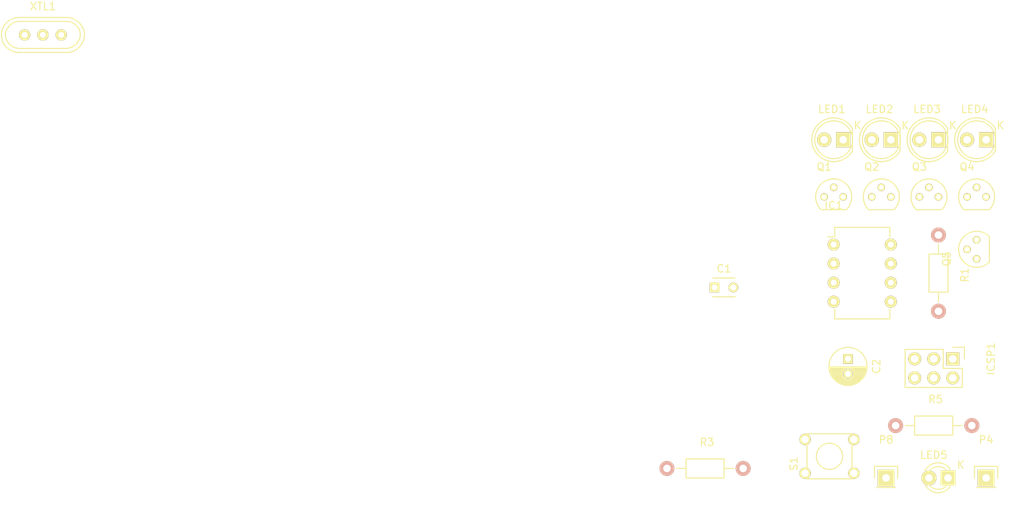
<source format=kicad_pcb>
(kicad_pcb (version 4) (host pcbnew 4.0.2-stable)

  (general
    (links 43)
    (no_connects 43)
    (area 0 0 0 0)
    (thickness 1.6)
    (drawings 0)
    (tracks 0)
    (zones 0)
    (modules 21)
    (nets 16)
  )

  (page A4)
  (layers
    (0 F.Cu signal)
    (31 B.Cu signal)
    (32 B.Adhes user)
    (33 F.Adhes user)
    (34 B.Paste user)
    (35 F.Paste user)
    (36 B.SilkS user)
    (37 F.SilkS user)
    (38 B.Mask user)
    (39 F.Mask user)
    (40 Dwgs.User user)
    (41 Cmts.User user)
    (42 Eco1.User user)
    (43 Eco2.User user)
    (44 Edge.Cuts user)
    (45 Margin user)
    (46 B.CrtYd user)
    (47 F.CrtYd user)
    (48 B.Fab user)
    (49 F.Fab user)
  )

  (setup
    (last_trace_width 0.25)
    (trace_clearance 0.2)
    (zone_clearance 0.508)
    (zone_45_only no)
    (trace_min 0.2)
    (segment_width 0.2)
    (edge_width 0.15)
    (via_size 0.6)
    (via_drill 0.4)
    (via_min_size 0.4)
    (via_min_drill 0.3)
    (uvia_size 0.3)
    (uvia_drill 0.1)
    (uvias_allowed no)
    (uvia_min_size 0.2)
    (uvia_min_drill 0.1)
    (pcb_text_width 0.3)
    (pcb_text_size 1.5 1.5)
    (mod_edge_width 0.15)
    (mod_text_size 1 1)
    (mod_text_width 0.15)
    (pad_size 1.524 1.524)
    (pad_drill 0.762)
    (pad_to_mask_clearance 0.2)
    (aux_axis_origin 0 0)
    (visible_elements FFFEFF7F)
    (pcbplotparams
      (layerselection 0x00030_80000001)
      (usegerberextensions false)
      (excludeedgelayer true)
      (linewidth 0.100000)
      (plotframeref false)
      (viasonmask false)
      (mode 1)
      (useauxorigin false)
      (hpglpennumber 1)
      (hpglpenspeed 20)
      (hpglpendiameter 15)
      (hpglpenoverlay 2)
      (psnegative false)
      (psa4output false)
      (plotreference true)
      (plotvalue true)
      (plotinvisibletext false)
      (padsonsilk false)
      (subtractmaskfromsilk false)
      (outputformat 1)
      (mirror false)
      (drillshape 1)
      (scaleselection 1)
      (outputdirectory ""))
  )

  (net 0 "")
  (net 1 VCC)
  (net 2 GND)
  (net 3 PB5)
  (net 4 PB3)
  (net 5 PB4)
  (net 6 PB0)
  (net 7 PB1)
  (net 8 PB2)
  (net 9 "Net-(LED1-Pad1)")
  (net 10 "Net-(LED2-Pad1)")
  (net 11 "Net-(LED3-Pad1)")
  (net 12 "Net-(LED4-Pad1)")
  (net 13 "Net-(LED5-Pad1)")
  (net 14 4xQ)
  (net 15 "Net-(Q5-Pad2)")

  (net_class Default "This is the default net class."
    (clearance 0.2)
    (trace_width 0.25)
    (via_dia 0.6)
    (via_drill 0.4)
    (uvia_dia 0.3)
    (uvia_drill 0.1)
    (add_net 4xQ)
    (add_net GND)
    (add_net "Net-(LED1-Pad1)")
    (add_net "Net-(LED2-Pad1)")
    (add_net "Net-(LED3-Pad1)")
    (add_net "Net-(LED4-Pad1)")
    (add_net "Net-(LED5-Pad1)")
    (add_net "Net-(Q5-Pad2)")
    (add_net PB0)
    (add_net PB1)
    (add_net PB2)
    (add_net PB3)
    (add_net PB4)
    (add_net PB5)
    (add_net VCC)
  )

  (module Capacitors_ThroughHole:C_Disc_D3_P2.5 (layer F.Cu) (tedit 0) (tstamp 57584DD7)
    (at 142.24 93.98)
    (descr "Capacitor 3mm Disc, Pitch 2.5mm")
    (tags Capacitor)
    (path /5757FD29)
    (fp_text reference C1 (at 1.25 -2.5) (layer F.SilkS)
      (effects (font (size 1 1) (thickness 0.15)))
    )
    (fp_text value 399-4151-ND (at 1.25 2.5) (layer F.Fab)
      (effects (font (size 1 1) (thickness 0.15)))
    )
    (fp_line (start -0.9 -1.5) (end 3.4 -1.5) (layer F.CrtYd) (width 0.05))
    (fp_line (start 3.4 -1.5) (end 3.4 1.5) (layer F.CrtYd) (width 0.05))
    (fp_line (start 3.4 1.5) (end -0.9 1.5) (layer F.CrtYd) (width 0.05))
    (fp_line (start -0.9 1.5) (end -0.9 -1.5) (layer F.CrtYd) (width 0.05))
    (fp_line (start -0.25 -1.25) (end 2.75 -1.25) (layer F.SilkS) (width 0.15))
    (fp_line (start 2.75 1.25) (end -0.25 1.25) (layer F.SilkS) (width 0.15))
    (pad 1 thru_hole rect (at 0 0) (size 1.3 1.3) (drill 0.8) (layers *.Cu *.Mask F.SilkS)
      (net 1 VCC))
    (pad 2 thru_hole circle (at 2.5 0) (size 1.3 1.3) (drill 0.8001) (layers *.Cu *.Mask F.SilkS)
      (net 2 GND))
    (model Capacitors_ThroughHole.3dshapes/C_Disc_D3_P2.5.wrl
      (at (xyz 0.0492126 0 0))
      (scale (xyz 1 1 1))
      (rotate (xyz 0 0 0))
    )
  )

  (module Capacitors_ThroughHole:C_Radial_D5_L11_P2 (layer F.Cu) (tedit 0) (tstamp 57584DDD)
    (at 160.02 103.505 270)
    (descr "Radial Electrolytic Capacitor 5mm x Length 11mm, Pitch 2mm")
    (tags "Electrolytic Capacitor")
    (path /5757FCDE)
    (fp_text reference C2 (at 1 -3.8 270) (layer F.SilkS)
      (effects (font (size 1 1) (thickness 0.15)))
    )
    (fp_text value 493-1004-ND (at 1 3.8 270) (layer F.Fab)
      (effects (font (size 1 1) (thickness 0.15)))
    )
    (fp_line (start 1.075 -2.499) (end 1.075 2.499) (layer F.SilkS) (width 0.15))
    (fp_line (start 1.215 -2.491) (end 1.215 -0.154) (layer F.SilkS) (width 0.15))
    (fp_line (start 1.215 0.154) (end 1.215 2.491) (layer F.SilkS) (width 0.15))
    (fp_line (start 1.355 -2.475) (end 1.355 -0.473) (layer F.SilkS) (width 0.15))
    (fp_line (start 1.355 0.473) (end 1.355 2.475) (layer F.SilkS) (width 0.15))
    (fp_line (start 1.495 -2.451) (end 1.495 -0.62) (layer F.SilkS) (width 0.15))
    (fp_line (start 1.495 0.62) (end 1.495 2.451) (layer F.SilkS) (width 0.15))
    (fp_line (start 1.635 -2.418) (end 1.635 -0.712) (layer F.SilkS) (width 0.15))
    (fp_line (start 1.635 0.712) (end 1.635 2.418) (layer F.SilkS) (width 0.15))
    (fp_line (start 1.775 -2.377) (end 1.775 -0.768) (layer F.SilkS) (width 0.15))
    (fp_line (start 1.775 0.768) (end 1.775 2.377) (layer F.SilkS) (width 0.15))
    (fp_line (start 1.915 -2.327) (end 1.915 -0.795) (layer F.SilkS) (width 0.15))
    (fp_line (start 1.915 0.795) (end 1.915 2.327) (layer F.SilkS) (width 0.15))
    (fp_line (start 2.055 -2.266) (end 2.055 -0.798) (layer F.SilkS) (width 0.15))
    (fp_line (start 2.055 0.798) (end 2.055 2.266) (layer F.SilkS) (width 0.15))
    (fp_line (start 2.195 -2.196) (end 2.195 -0.776) (layer F.SilkS) (width 0.15))
    (fp_line (start 2.195 0.776) (end 2.195 2.196) (layer F.SilkS) (width 0.15))
    (fp_line (start 2.335 -2.114) (end 2.335 -0.726) (layer F.SilkS) (width 0.15))
    (fp_line (start 2.335 0.726) (end 2.335 2.114) (layer F.SilkS) (width 0.15))
    (fp_line (start 2.475 -2.019) (end 2.475 -0.644) (layer F.SilkS) (width 0.15))
    (fp_line (start 2.475 0.644) (end 2.475 2.019) (layer F.SilkS) (width 0.15))
    (fp_line (start 2.615 -1.908) (end 2.615 -0.512) (layer F.SilkS) (width 0.15))
    (fp_line (start 2.615 0.512) (end 2.615 1.908) (layer F.SilkS) (width 0.15))
    (fp_line (start 2.755 -1.78) (end 2.755 -0.265) (layer F.SilkS) (width 0.15))
    (fp_line (start 2.755 0.265) (end 2.755 1.78) (layer F.SilkS) (width 0.15))
    (fp_line (start 2.895 -1.631) (end 2.895 1.631) (layer F.SilkS) (width 0.15))
    (fp_line (start 3.035 -1.452) (end 3.035 1.452) (layer F.SilkS) (width 0.15))
    (fp_line (start 3.175 -1.233) (end 3.175 1.233) (layer F.SilkS) (width 0.15))
    (fp_line (start 3.315 -0.944) (end 3.315 0.944) (layer F.SilkS) (width 0.15))
    (fp_line (start 3.455 -0.472) (end 3.455 0.472) (layer F.SilkS) (width 0.15))
    (fp_circle (center 2 0) (end 2 -0.8) (layer F.SilkS) (width 0.15))
    (fp_circle (center 1 0) (end 1 -2.5375) (layer F.SilkS) (width 0.15))
    (fp_circle (center 1 0) (end 1 -2.8) (layer F.CrtYd) (width 0.05))
    (pad 1 thru_hole rect (at 0 0 270) (size 1.3 1.3) (drill 0.8) (layers *.Cu *.Mask F.SilkS)
      (net 1 VCC))
    (pad 2 thru_hole circle (at 2 0 270) (size 1.3 1.3) (drill 0.8) (layers *.Cu *.Mask F.SilkS)
      (net 2 GND))
    (model Capacitors_ThroughHole.3dshapes/C_Radial_D5_L11_P2.wrl
      (at (xyz 0 0 0))
      (scale (xyz 1 1 1))
      (rotate (xyz 0 0 0))
    )
  )

  (module Housings_DIP:DIP-8_W7.62mm (layer F.Cu) (tedit 54130A77) (tstamp 57584DE9)
    (at 158.115 88.265)
    (descr "8-lead dip package, row spacing 7.62 mm (300 mils)")
    (tags "dil dip 2.54 300")
    (path /5757DE52)
    (fp_text reference IC1 (at 0 -5.22) (layer F.SilkS)
      (effects (font (size 1 1) (thickness 0.15)))
    )
    (fp_text value ATTINY85V-10PU-ND (at 0 -3.72) (layer F.Fab)
      (effects (font (size 1 1) (thickness 0.15)))
    )
    (fp_line (start -1.05 -2.45) (end -1.05 10.1) (layer F.CrtYd) (width 0.05))
    (fp_line (start 8.65 -2.45) (end 8.65 10.1) (layer F.CrtYd) (width 0.05))
    (fp_line (start -1.05 -2.45) (end 8.65 -2.45) (layer F.CrtYd) (width 0.05))
    (fp_line (start -1.05 10.1) (end 8.65 10.1) (layer F.CrtYd) (width 0.05))
    (fp_line (start 0.135 -2.295) (end 0.135 -1.025) (layer F.SilkS) (width 0.15))
    (fp_line (start 7.485 -2.295) (end 7.485 -1.025) (layer F.SilkS) (width 0.15))
    (fp_line (start 7.485 9.915) (end 7.485 8.645) (layer F.SilkS) (width 0.15))
    (fp_line (start 0.135 9.915) (end 0.135 8.645) (layer F.SilkS) (width 0.15))
    (fp_line (start 0.135 -2.295) (end 7.485 -2.295) (layer F.SilkS) (width 0.15))
    (fp_line (start 0.135 9.915) (end 7.485 9.915) (layer F.SilkS) (width 0.15))
    (fp_line (start 0.135 -1.025) (end -0.8 -1.025) (layer F.SilkS) (width 0.15))
    (pad 1 thru_hole oval (at 0 0) (size 1.6 1.6) (drill 0.8) (layers *.Cu *.Mask F.SilkS)
      (net 3 PB5))
    (pad 2 thru_hole oval (at 0 2.54) (size 1.6 1.6) (drill 0.8) (layers *.Cu *.Mask F.SilkS)
      (net 4 PB3))
    (pad 3 thru_hole oval (at 0 5.08) (size 1.6 1.6) (drill 0.8) (layers *.Cu *.Mask F.SilkS)
      (net 5 PB4))
    (pad 4 thru_hole oval (at 0 7.62) (size 1.6 1.6) (drill 0.8) (layers *.Cu *.Mask F.SilkS)
      (net 2 GND))
    (pad 5 thru_hole oval (at 7.62 7.62) (size 1.6 1.6) (drill 0.8) (layers *.Cu *.Mask F.SilkS)
      (net 6 PB0))
    (pad 6 thru_hole oval (at 7.62 5.08) (size 1.6 1.6) (drill 0.8) (layers *.Cu *.Mask F.SilkS)
      (net 7 PB1))
    (pad 7 thru_hole oval (at 7.62 2.54) (size 1.6 1.6) (drill 0.8) (layers *.Cu *.Mask F.SilkS)
      (net 8 PB2))
    (pad 8 thru_hole oval (at 7.62 0) (size 1.6 1.6) (drill 0.8) (layers *.Cu *.Mask F.SilkS)
      (net 1 VCC))
    (model Housings_DIP.3dshapes/DIP-8_W7.62mm.wrl
      (at (xyz 0 0 0))
      (scale (xyz 1 1 1))
      (rotate (xyz 0 0 0))
    )
  )

  (module LEDs:LED-5MM (layer F.Cu) (tedit 5570F7EA) (tstamp 57584DEF)
    (at 159.385 74.295 180)
    (descr "LED 5mm round vertical")
    (tags "LED 5mm round vertical")
    (path /57582165)
    (fp_text reference LED1 (at 1.524 4.064 180) (layer F.SilkS)
      (effects (font (size 1 1) (thickness 0.15)))
    )
    (fp_text value "1080-1082-ND " (at 1.524 -3.937 180) (layer F.Fab)
      (effects (font (size 1 1) (thickness 0.15)))
    )
    (fp_line (start -1.5 -1.55) (end -1.5 1.55) (layer F.CrtYd) (width 0.05))
    (fp_arc (start 1.3 0) (end -1.5 1.55) (angle -302) (layer F.CrtYd) (width 0.05))
    (fp_arc (start 1.27 0) (end -1.23 -1.5) (angle 297.5) (layer F.SilkS) (width 0.15))
    (fp_line (start -1.23 1.5) (end -1.23 -1.5) (layer F.SilkS) (width 0.15))
    (fp_circle (center 1.27 0) (end 0.97 -2.5) (layer F.SilkS) (width 0.15))
    (fp_text user K (at -1.905 1.905 180) (layer F.SilkS)
      (effects (font (size 1 1) (thickness 0.15)))
    )
    (pad 1 thru_hole rect (at 0 0 270) (size 2 1.9) (drill 1.00076) (layers *.Cu *.Mask F.SilkS)
      (net 9 "Net-(LED1-Pad1)"))
    (pad 2 thru_hole circle (at 2.54 0 180) (size 1.9 1.9) (drill 1.00076) (layers *.Cu *.Mask F.SilkS)
      (net 1 VCC))
    (model LEDs.3dshapes/LED-5MM.wrl
      (at (xyz 0.05 0 0))
      (scale (xyz 1 1 1))
      (rotate (xyz 0 0 90))
    )
  )

  (module LEDs:LED-5MM (layer F.Cu) (tedit 5570F7EA) (tstamp 57584DF5)
    (at 165.735 74.295 180)
    (descr "LED 5mm round vertical")
    (tags "LED 5mm round vertical")
    (path /575824DC)
    (fp_text reference LED2 (at 1.524 4.064 180) (layer F.SilkS)
      (effects (font (size 1 1) (thickness 0.15)))
    )
    (fp_text value "1080-1080-ND " (at 1.524 -3.937 180) (layer F.Fab)
      (effects (font (size 1 1) (thickness 0.15)))
    )
    (fp_line (start -1.5 -1.55) (end -1.5 1.55) (layer F.CrtYd) (width 0.05))
    (fp_arc (start 1.3 0) (end -1.5 1.55) (angle -302) (layer F.CrtYd) (width 0.05))
    (fp_arc (start 1.27 0) (end -1.23 -1.5) (angle 297.5) (layer F.SilkS) (width 0.15))
    (fp_line (start -1.23 1.5) (end -1.23 -1.5) (layer F.SilkS) (width 0.15))
    (fp_circle (center 1.27 0) (end 0.97 -2.5) (layer F.SilkS) (width 0.15))
    (fp_text user K (at -1.905 1.905 180) (layer F.SilkS)
      (effects (font (size 1 1) (thickness 0.15)))
    )
    (pad 1 thru_hole rect (at 0 0 270) (size 2 1.9) (drill 1.00076) (layers *.Cu *.Mask F.SilkS)
      (net 10 "Net-(LED2-Pad1)"))
    (pad 2 thru_hole circle (at 2.54 0 180) (size 1.9 1.9) (drill 1.00076) (layers *.Cu *.Mask F.SilkS)
      (net 1 VCC))
    (model LEDs.3dshapes/LED-5MM.wrl
      (at (xyz 0.05 0 0))
      (scale (xyz 1 1 1))
      (rotate (xyz 0 0 90))
    )
  )

  (module LEDs:LED-5MM (layer F.Cu) (tedit 5570F7EA) (tstamp 57584DFB)
    (at 172.085 74.295 180)
    (descr "LED 5mm round vertical")
    (tags "LED 5mm round vertical")
    (path /575825CB)
    (fp_text reference LED3 (at 1.524 4.064 180) (layer F.SilkS)
      (effects (font (size 1 1) (thickness 0.15)))
    )
    (fp_text value "1080-1080-ND " (at 1.524 -3.937 180) (layer F.Fab)
      (effects (font (size 1 1) (thickness 0.15)))
    )
    (fp_line (start -1.5 -1.55) (end -1.5 1.55) (layer F.CrtYd) (width 0.05))
    (fp_arc (start 1.3 0) (end -1.5 1.55) (angle -302) (layer F.CrtYd) (width 0.05))
    (fp_arc (start 1.27 0) (end -1.23 -1.5) (angle 297.5) (layer F.SilkS) (width 0.15))
    (fp_line (start -1.23 1.5) (end -1.23 -1.5) (layer F.SilkS) (width 0.15))
    (fp_circle (center 1.27 0) (end 0.97 -2.5) (layer F.SilkS) (width 0.15))
    (fp_text user K (at -1.905 1.905 180) (layer F.SilkS)
      (effects (font (size 1 1) (thickness 0.15)))
    )
    (pad 1 thru_hole rect (at 0 0 270) (size 2 1.9) (drill 1.00076) (layers *.Cu *.Mask F.SilkS)
      (net 11 "Net-(LED3-Pad1)"))
    (pad 2 thru_hole circle (at 2.54 0 180) (size 1.9 1.9) (drill 1.00076) (layers *.Cu *.Mask F.SilkS)
      (net 1 VCC))
    (model LEDs.3dshapes/LED-5MM.wrl
      (at (xyz 0.05 0 0))
      (scale (xyz 1 1 1))
      (rotate (xyz 0 0 90))
    )
  )

  (module LEDs:LED-5MM (layer F.Cu) (tedit 5570F7EA) (tstamp 57584E01)
    (at 178.435 74.295 180)
    (descr "LED 5mm round vertical")
    (tags "LED 5mm round vertical")
    (path /57581A41)
    (fp_text reference LED4 (at 1.524 4.064 180) (layer F.SilkS)
      (effects (font (size 1 1) (thickness 0.15)))
    )
    (fp_text value "1080-1082-ND " (at 1.524 -3.937 180) (layer F.Fab)
      (effects (font (size 1 1) (thickness 0.15)))
    )
    (fp_line (start -1.5 -1.55) (end -1.5 1.55) (layer F.CrtYd) (width 0.05))
    (fp_arc (start 1.3 0) (end -1.5 1.55) (angle -302) (layer F.CrtYd) (width 0.05))
    (fp_arc (start 1.27 0) (end -1.23 -1.5) (angle 297.5) (layer F.SilkS) (width 0.15))
    (fp_line (start -1.23 1.5) (end -1.23 -1.5) (layer F.SilkS) (width 0.15))
    (fp_circle (center 1.27 0) (end 0.97 -2.5) (layer F.SilkS) (width 0.15))
    (fp_text user K (at -1.905 1.905 180) (layer F.SilkS)
      (effects (font (size 1 1) (thickness 0.15)))
    )
    (pad 1 thru_hole rect (at 0 0 270) (size 2 1.9) (drill 1.00076) (layers *.Cu *.Mask F.SilkS)
      (net 12 "Net-(LED4-Pad1)"))
    (pad 2 thru_hole circle (at 2.54 0 180) (size 1.9 1.9) (drill 1.00076) (layers *.Cu *.Mask F.SilkS)
      (net 1 VCC))
    (model LEDs.3dshapes/LED-5MM.wrl
      (at (xyz 0.05 0 0))
      (scale (xyz 1 1 1))
      (rotate (xyz 0 0 90))
    )
  )

  (module LEDs:LED-3MM (layer F.Cu) (tedit 559B82F6) (tstamp 57584E07)
    (at 173.355 119.38 180)
    (descr "LED 3mm round vertical")
    (tags "LED  3mm round vertical")
    (path /57583B30)
    (fp_text reference LED5 (at 1.91 3.06 180) (layer F.SilkS)
      (effects (font (size 1 1) (thickness 0.15)))
    )
    (fp_text value 754-1735-ND (at 1.3 -2.9 180) (layer F.Fab)
      (effects (font (size 1 1) (thickness 0.15)))
    )
    (fp_line (start -1.2 2.3) (end 3.8 2.3) (layer F.CrtYd) (width 0.05))
    (fp_line (start 3.8 2.3) (end 3.8 -2.2) (layer F.CrtYd) (width 0.05))
    (fp_line (start 3.8 -2.2) (end -1.2 -2.2) (layer F.CrtYd) (width 0.05))
    (fp_line (start -1.2 -2.2) (end -1.2 2.3) (layer F.CrtYd) (width 0.05))
    (fp_line (start -0.199 1.314) (end -0.199 1.114) (layer F.SilkS) (width 0.15))
    (fp_line (start -0.199 -1.28) (end -0.199 -1.1) (layer F.SilkS) (width 0.15))
    (fp_arc (start 1.301 0.034) (end -0.199 -1.286) (angle 108.5) (layer F.SilkS) (width 0.15))
    (fp_arc (start 1.301 0.034) (end 0.25 -1.1) (angle 85.7) (layer F.SilkS) (width 0.15))
    (fp_arc (start 1.311 0.034) (end 3.051 0.994) (angle 110) (layer F.SilkS) (width 0.15))
    (fp_arc (start 1.301 0.034) (end 2.335 1.094) (angle 87.5) (layer F.SilkS) (width 0.15))
    (fp_text user K (at -1.69 1.74 180) (layer F.SilkS)
      (effects (font (size 1 1) (thickness 0.15)))
    )
    (pad 1 thru_hole rect (at 0 0 270) (size 2 2) (drill 1.00076) (layers *.Cu *.Mask F.SilkS)
      (net 13 "Net-(LED5-Pad1)"))
    (pad 2 thru_hole circle (at 2.54 0 180) (size 2 2) (drill 1.00076) (layers *.Cu *.Mask F.SilkS)
      (net 1 VCC))
    (model LEDs.3dshapes/LED-3MM.wrl
      (at (xyz 0.05 0 0))
      (scale (xyz 1 1 1))
      (rotate (xyz 0 0 90))
    )
  )

  (module TO_SOT_Packages_THT:TO-92_Molded_Narrow (layer F.Cu) (tedit 54F242E1) (tstamp 57584E0E)
    (at 156.845 81.915)
    (descr "TO-92 leads molded, narrow, drill 0.6mm (see NXP sot054_po.pdf)")
    (tags "to-92 sc-43 sc-43a sot54 PA33 transistor")
    (path /5758215F)
    (fp_text reference Q1 (at 0 -4) (layer F.SilkS)
      (effects (font (size 1 1) (thickness 0.15)))
    )
    (fp_text value PN2222ATFCT-ND (at 0 3) (layer F.Fab)
      (effects (font (size 1 1) (thickness 0.15)))
    )
    (fp_line (start -1.4 1.95) (end -1.4 -2.65) (layer F.CrtYd) (width 0.05))
    (fp_line (start -1.4 1.95) (end 3.9 1.95) (layer F.CrtYd) (width 0.05))
    (fp_line (start -0.43 1.7) (end 2.97 1.7) (layer F.SilkS) (width 0.15))
    (fp_arc (start 1.27 0) (end 1.27 -2.4) (angle -135) (layer F.SilkS) (width 0.15))
    (fp_arc (start 1.27 0) (end 1.27 -2.4) (angle 135) (layer F.SilkS) (width 0.15))
    (fp_line (start -1.4 -2.65) (end 3.9 -2.65) (layer F.CrtYd) (width 0.05))
    (fp_line (start 3.9 1.95) (end 3.9 -2.65) (layer F.CrtYd) (width 0.05))
    (pad 2 thru_hole circle (at 1.27 -1.27 90) (size 1.00076 1.00076) (drill 0.6) (layers *.Cu *.Mask F.SilkS)
      (net 14 4xQ))
    (pad 3 thru_hole circle (at 2.54 0 90) (size 1.00076 1.00076) (drill 0.6) (layers *.Cu *.Mask F.SilkS)
      (net 9 "Net-(LED1-Pad1)"))
    (pad 1 thru_hole circle (at 0 0 90) (size 1.00076 1.00076) (drill 0.6) (layers *.Cu *.Mask F.SilkS)
      (net 2 GND))
    (model TO_SOT_Packages_THT.3dshapes/TO-92_Molded_Narrow.wrl
      (at (xyz 0.05 0 0))
      (scale (xyz 1 1 1))
      (rotate (xyz 0 0 -90))
    )
  )

  (module TO_SOT_Packages_THT:TO-92_Molded_Narrow (layer F.Cu) (tedit 54F242E1) (tstamp 57584E15)
    (at 163.195 81.915)
    (descr "TO-92 leads molded, narrow, drill 0.6mm (see NXP sot054_po.pdf)")
    (tags "to-92 sc-43 sc-43a sot54 PA33 transistor")
    (path /575824D6)
    (fp_text reference Q2 (at 0 -4) (layer F.SilkS)
      (effects (font (size 1 1) (thickness 0.15)))
    )
    (fp_text value PN2222ATFCT-ND (at 0 3) (layer F.Fab)
      (effects (font (size 1 1) (thickness 0.15)))
    )
    (fp_line (start -1.4 1.95) (end -1.4 -2.65) (layer F.CrtYd) (width 0.05))
    (fp_line (start -1.4 1.95) (end 3.9 1.95) (layer F.CrtYd) (width 0.05))
    (fp_line (start -0.43 1.7) (end 2.97 1.7) (layer F.SilkS) (width 0.15))
    (fp_arc (start 1.27 0) (end 1.27 -2.4) (angle -135) (layer F.SilkS) (width 0.15))
    (fp_arc (start 1.27 0) (end 1.27 -2.4) (angle 135) (layer F.SilkS) (width 0.15))
    (fp_line (start -1.4 -2.65) (end 3.9 -2.65) (layer F.CrtYd) (width 0.05))
    (fp_line (start 3.9 1.95) (end 3.9 -2.65) (layer F.CrtYd) (width 0.05))
    (pad 2 thru_hole circle (at 1.27 -1.27 90) (size 1.00076 1.00076) (drill 0.6) (layers *.Cu *.Mask F.SilkS)
      (net 14 4xQ))
    (pad 3 thru_hole circle (at 2.54 0 90) (size 1.00076 1.00076) (drill 0.6) (layers *.Cu *.Mask F.SilkS)
      (net 10 "Net-(LED2-Pad1)"))
    (pad 1 thru_hole circle (at 0 0 90) (size 1.00076 1.00076) (drill 0.6) (layers *.Cu *.Mask F.SilkS)
      (net 2 GND))
    (model TO_SOT_Packages_THT.3dshapes/TO-92_Molded_Narrow.wrl
      (at (xyz 0.05 0 0))
      (scale (xyz 1 1 1))
      (rotate (xyz 0 0 -90))
    )
  )

  (module TO_SOT_Packages_THT:TO-92_Molded_Narrow (layer F.Cu) (tedit 54F242E1) (tstamp 57584E1C)
    (at 169.545 81.915)
    (descr "TO-92 leads molded, narrow, drill 0.6mm (see NXP sot054_po.pdf)")
    (tags "to-92 sc-43 sc-43a sot54 PA33 transistor")
    (path /575825C5)
    (fp_text reference Q3 (at 0 -4) (layer F.SilkS)
      (effects (font (size 1 1) (thickness 0.15)))
    )
    (fp_text value PN2222ATFCT-ND (at 0 3) (layer F.Fab)
      (effects (font (size 1 1) (thickness 0.15)))
    )
    (fp_line (start -1.4 1.95) (end -1.4 -2.65) (layer F.CrtYd) (width 0.05))
    (fp_line (start -1.4 1.95) (end 3.9 1.95) (layer F.CrtYd) (width 0.05))
    (fp_line (start -0.43 1.7) (end 2.97 1.7) (layer F.SilkS) (width 0.15))
    (fp_arc (start 1.27 0) (end 1.27 -2.4) (angle -135) (layer F.SilkS) (width 0.15))
    (fp_arc (start 1.27 0) (end 1.27 -2.4) (angle 135) (layer F.SilkS) (width 0.15))
    (fp_line (start -1.4 -2.65) (end 3.9 -2.65) (layer F.CrtYd) (width 0.05))
    (fp_line (start 3.9 1.95) (end 3.9 -2.65) (layer F.CrtYd) (width 0.05))
    (pad 2 thru_hole circle (at 1.27 -1.27 90) (size 1.00076 1.00076) (drill 0.6) (layers *.Cu *.Mask F.SilkS)
      (net 14 4xQ))
    (pad 3 thru_hole circle (at 2.54 0 90) (size 1.00076 1.00076) (drill 0.6) (layers *.Cu *.Mask F.SilkS)
      (net 11 "Net-(LED3-Pad1)"))
    (pad 1 thru_hole circle (at 0 0 90) (size 1.00076 1.00076) (drill 0.6) (layers *.Cu *.Mask F.SilkS)
      (net 2 GND))
    (model TO_SOT_Packages_THT.3dshapes/TO-92_Molded_Narrow.wrl
      (at (xyz 0.05 0 0))
      (scale (xyz 1 1 1))
      (rotate (xyz 0 0 -90))
    )
  )

  (module TO_SOT_Packages_THT:TO-92_Molded_Narrow (layer F.Cu) (tedit 54F242E1) (tstamp 57584E23)
    (at 175.895 81.915)
    (descr "TO-92 leads molded, narrow, drill 0.6mm (see NXP sot054_po.pdf)")
    (tags "to-92 sc-43 sc-43a sot54 PA33 transistor")
    (path /575819B0)
    (fp_text reference Q4 (at 0 -4) (layer F.SilkS)
      (effects (font (size 1 1) (thickness 0.15)))
    )
    (fp_text value PN2222ATFCT-ND (at 0 3) (layer F.Fab)
      (effects (font (size 1 1) (thickness 0.15)))
    )
    (fp_line (start -1.4 1.95) (end -1.4 -2.65) (layer F.CrtYd) (width 0.05))
    (fp_line (start -1.4 1.95) (end 3.9 1.95) (layer F.CrtYd) (width 0.05))
    (fp_line (start -0.43 1.7) (end 2.97 1.7) (layer F.SilkS) (width 0.15))
    (fp_arc (start 1.27 0) (end 1.27 -2.4) (angle -135) (layer F.SilkS) (width 0.15))
    (fp_arc (start 1.27 0) (end 1.27 -2.4) (angle 135) (layer F.SilkS) (width 0.15))
    (fp_line (start -1.4 -2.65) (end 3.9 -2.65) (layer F.CrtYd) (width 0.05))
    (fp_line (start 3.9 1.95) (end 3.9 -2.65) (layer F.CrtYd) (width 0.05))
    (pad 2 thru_hole circle (at 1.27 -1.27 90) (size 1.00076 1.00076) (drill 0.6) (layers *.Cu *.Mask F.SilkS)
      (net 14 4xQ))
    (pad 3 thru_hole circle (at 2.54 0 90) (size 1.00076 1.00076) (drill 0.6) (layers *.Cu *.Mask F.SilkS)
      (net 12 "Net-(LED4-Pad1)"))
    (pad 1 thru_hole circle (at 0 0 90) (size 1.00076 1.00076) (drill 0.6) (layers *.Cu *.Mask F.SilkS)
      (net 2 GND))
    (model TO_SOT_Packages_THT.3dshapes/TO-92_Molded_Narrow.wrl
      (at (xyz 0.05 0 0))
      (scale (xyz 1 1 1))
      (rotate (xyz 0 0 -90))
    )
  )

  (module TO_SOT_Packages_THT:TO-92_Molded_Narrow (layer F.Cu) (tedit 54F242E1) (tstamp 57584E2A)
    (at 177.165 90.17 90)
    (descr "TO-92 leads molded, narrow, drill 0.6mm (see NXP sot054_po.pdf)")
    (tags "to-92 sc-43 sc-43a sot54 PA33 transistor")
    (path /57580AE2)
    (fp_text reference Q5 (at 0 -4 90) (layer F.SilkS)
      (effects (font (size 1 1) (thickness 0.15)))
    )
    (fp_text value PN2907-ND (at 0 3 90) (layer F.Fab)
      (effects (font (size 1 1) (thickness 0.15)))
    )
    (fp_line (start -1.4 1.95) (end -1.4 -2.65) (layer F.CrtYd) (width 0.05))
    (fp_line (start -1.4 1.95) (end 3.9 1.95) (layer F.CrtYd) (width 0.05))
    (fp_line (start -0.43 1.7) (end 2.97 1.7) (layer F.SilkS) (width 0.15))
    (fp_arc (start 1.27 0) (end 1.27 -2.4) (angle -135) (layer F.SilkS) (width 0.15))
    (fp_arc (start 1.27 0) (end 1.27 -2.4) (angle 135) (layer F.SilkS) (width 0.15))
    (fp_line (start -1.4 -2.65) (end 3.9 -2.65) (layer F.CrtYd) (width 0.05))
    (fp_line (start 3.9 1.95) (end 3.9 -2.65) (layer F.CrtYd) (width 0.05))
    (pad 2 thru_hole circle (at 1.27 -1.27 180) (size 1.00076 1.00076) (drill 0.6) (layers *.Cu *.Mask F.SilkS)
      (net 15 "Net-(Q5-Pad2)"))
    (pad 3 thru_hole circle (at 2.54 0 180) (size 1.00076 1.00076) (drill 0.6) (layers *.Cu *.Mask F.SilkS)
      (net 14 4xQ))
    (pad 1 thru_hole circle (at 0 0 180) (size 1.00076 1.00076) (drill 0.6) (layers *.Cu *.Mask F.SilkS)
      (net 1 VCC))
    (model TO_SOT_Packages_THT.3dshapes/TO-92_Molded_Narrow.wrl
      (at (xyz 0.05 0 0))
      (scale (xyz 1 1 1))
      (rotate (xyz 0 0 -90))
    )
  )

  (module Resistors_ThroughHole:Resistor_Horizontal_RM10mm (layer F.Cu) (tedit 56648415) (tstamp 57584E30)
    (at 172.085 86.995 270)
    (descr "Resistor, Axial,  RM 10mm, 1/3W")
    (tags "Resistor Axial RM 10mm 1/3W")
    (path /5758072A)
    (fp_text reference R1 (at 5.32892 -3.50012 270) (layer F.SilkS)
      (effects (font (size 1 1) (thickness 0.15)))
    )
    (fp_text value 1K (at 5.08 3.81 270) (layer F.Fab)
      (effects (font (size 1 1) (thickness 0.15)))
    )
    (fp_line (start -1.25 -1.5) (end 11.4 -1.5) (layer F.CrtYd) (width 0.05))
    (fp_line (start -1.25 1.5) (end -1.25 -1.5) (layer F.CrtYd) (width 0.05))
    (fp_line (start 11.4 -1.5) (end 11.4 1.5) (layer F.CrtYd) (width 0.05))
    (fp_line (start -1.25 1.5) (end 11.4 1.5) (layer F.CrtYd) (width 0.05))
    (fp_line (start 2.54 -1.27) (end 7.62 -1.27) (layer F.SilkS) (width 0.15))
    (fp_line (start 7.62 -1.27) (end 7.62 1.27) (layer F.SilkS) (width 0.15))
    (fp_line (start 7.62 1.27) (end 2.54 1.27) (layer F.SilkS) (width 0.15))
    (fp_line (start 2.54 1.27) (end 2.54 -1.27) (layer F.SilkS) (width 0.15))
    (fp_line (start 2.54 0) (end 1.27 0) (layer F.SilkS) (width 0.15))
    (fp_line (start 7.62 0) (end 8.89 0) (layer F.SilkS) (width 0.15))
    (pad 1 thru_hole circle (at 0 0 270) (size 1.99898 1.99898) (drill 1.00076) (layers *.Cu *.SilkS *.Mask)
      (net 15 "Net-(Q5-Pad2)"))
    (pad 2 thru_hole circle (at 10.16 0 270) (size 1.99898 1.99898) (drill 1.00076) (layers *.Cu *.SilkS *.Mask)
      (net 6 PB0))
    (model Resistors_ThroughHole.3dshapes/Resistor_Horizontal_RM10mm.wrl
      (at (xyz 0.2 0 0))
      (scale (xyz 0.4 0.4 0.4))
      (rotate (xyz 0 0 0))
    )
  )

  (module Resistors_ThroughHole:Resistor_Horizontal_RM10mm (layer F.Cu) (tedit 56648415) (tstamp 57584E36)
    (at 135.89 118.11)
    (descr "Resistor, Axial,  RM 10mm, 1/3W")
    (tags "Resistor Axial RM 10mm 1/3W")
    (path /5758897B)
    (fp_text reference R3 (at 5.32892 -3.50012) (layer F.SilkS)
      (effects (font (size 1 1) (thickness 0.15)))
    )
    (fp_text value 10K (at 5.08 3.81) (layer F.Fab)
      (effects (font (size 1 1) (thickness 0.15)))
    )
    (fp_line (start -1.25 -1.5) (end 11.4 -1.5) (layer F.CrtYd) (width 0.05))
    (fp_line (start -1.25 1.5) (end -1.25 -1.5) (layer F.CrtYd) (width 0.05))
    (fp_line (start 11.4 -1.5) (end 11.4 1.5) (layer F.CrtYd) (width 0.05))
    (fp_line (start -1.25 1.5) (end 11.4 1.5) (layer F.CrtYd) (width 0.05))
    (fp_line (start 2.54 -1.27) (end 7.62 -1.27) (layer F.SilkS) (width 0.15))
    (fp_line (start 7.62 -1.27) (end 7.62 1.27) (layer F.SilkS) (width 0.15))
    (fp_line (start 7.62 1.27) (end 2.54 1.27) (layer F.SilkS) (width 0.15))
    (fp_line (start 2.54 1.27) (end 2.54 -1.27) (layer F.SilkS) (width 0.15))
    (fp_line (start 2.54 0) (end 1.27 0) (layer F.SilkS) (width 0.15))
    (fp_line (start 7.62 0) (end 8.89 0) (layer F.SilkS) (width 0.15))
    (pad 1 thru_hole circle (at 0 0) (size 1.99898 1.99898) (drill 1.00076) (layers *.Cu *.SilkS *.Mask)
      (net 2 GND))
    (pad 2 thru_hole circle (at 10.16 0) (size 1.99898 1.99898) (drill 1.00076) (layers *.Cu *.SilkS *.Mask)
      (net 7 PB1))
    (model Resistors_ThroughHole.3dshapes/Resistor_Horizontal_RM10mm.wrl
      (at (xyz 0.2 0 0))
      (scale (xyz 0.4 0.4 0.4))
      (rotate (xyz 0 0 0))
    )
  )

  (module Resistors_ThroughHole:Resistor_Horizontal_RM10mm (layer F.Cu) (tedit 56648415) (tstamp 57584E3C)
    (at 166.37 112.395)
    (descr "Resistor, Axial,  RM 10mm, 1/3W")
    (tags "Resistor Axial RM 10mm 1/3W")
    (path /57583A9E)
    (fp_text reference R5 (at 5.32892 -3.50012) (layer F.SilkS)
      (effects (font (size 1 1) (thickness 0.15)))
    )
    (fp_text value 1K (at 5.08 3.81) (layer F.Fab)
      (effects (font (size 1 1) (thickness 0.15)))
    )
    (fp_line (start -1.25 -1.5) (end 11.4 -1.5) (layer F.CrtYd) (width 0.05))
    (fp_line (start -1.25 1.5) (end -1.25 -1.5) (layer F.CrtYd) (width 0.05))
    (fp_line (start 11.4 -1.5) (end 11.4 1.5) (layer F.CrtYd) (width 0.05))
    (fp_line (start -1.25 1.5) (end 11.4 1.5) (layer F.CrtYd) (width 0.05))
    (fp_line (start 2.54 -1.27) (end 7.62 -1.27) (layer F.SilkS) (width 0.15))
    (fp_line (start 7.62 -1.27) (end 7.62 1.27) (layer F.SilkS) (width 0.15))
    (fp_line (start 7.62 1.27) (end 2.54 1.27) (layer F.SilkS) (width 0.15))
    (fp_line (start 2.54 1.27) (end 2.54 -1.27) (layer F.SilkS) (width 0.15))
    (fp_line (start 2.54 0) (end 1.27 0) (layer F.SilkS) (width 0.15))
    (fp_line (start 7.62 0) (end 8.89 0) (layer F.SilkS) (width 0.15))
    (pad 1 thru_hole circle (at 0 0) (size 1.99898 1.99898) (drill 1.00076) (layers *.Cu *.SilkS *.Mask)
      (net 13 "Net-(LED5-Pad1)"))
    (pad 2 thru_hole circle (at 10.16 0) (size 1.99898 1.99898) (drill 1.00076) (layers *.Cu *.SilkS *.Mask)
      (net 8 PB2))
    (model Resistors_ThroughHole.3dshapes/Resistor_Horizontal_RM10mm.wrl
      (at (xyz 0.2 0 0))
      (scale (xyz 0.4 0.4 0.4))
      (rotate (xyz 0 0 0))
    )
  )

  (module Pin_Headers:Pin_Header_Straight_2x03 (layer F.Cu) (tedit 54EA0A4B) (tstamp 57585274)
    (at 173.99 103.505 270)
    (descr "Through hole pin header")
    (tags "pin header")
    (path /5757F402)
    (fp_text reference ICSP1 (at 0 -5.1 270) (layer F.SilkS)
      (effects (font (size 1 1) (thickness 0.15)))
    )
    (fp_text value CONN_02X03 (at 0 -3.1 270) (layer F.Fab)
      (effects (font (size 1 1) (thickness 0.15)))
    )
    (fp_line (start -1.27 1.27) (end -1.27 6.35) (layer F.SilkS) (width 0.15))
    (fp_line (start -1.55 -1.55) (end 0 -1.55) (layer F.SilkS) (width 0.15))
    (fp_line (start -1.75 -1.75) (end -1.75 6.85) (layer F.CrtYd) (width 0.05))
    (fp_line (start 4.3 -1.75) (end 4.3 6.85) (layer F.CrtYd) (width 0.05))
    (fp_line (start -1.75 -1.75) (end 4.3 -1.75) (layer F.CrtYd) (width 0.05))
    (fp_line (start -1.75 6.85) (end 4.3 6.85) (layer F.CrtYd) (width 0.05))
    (fp_line (start 1.27 -1.27) (end 1.27 1.27) (layer F.SilkS) (width 0.15))
    (fp_line (start 1.27 1.27) (end -1.27 1.27) (layer F.SilkS) (width 0.15))
    (fp_line (start -1.27 6.35) (end 3.81 6.35) (layer F.SilkS) (width 0.15))
    (fp_line (start 3.81 6.35) (end 3.81 1.27) (layer F.SilkS) (width 0.15))
    (fp_line (start -1.55 -1.55) (end -1.55 0) (layer F.SilkS) (width 0.15))
    (fp_line (start 3.81 -1.27) (end 1.27 -1.27) (layer F.SilkS) (width 0.15))
    (fp_line (start 3.81 1.27) (end 3.81 -1.27) (layer F.SilkS) (width 0.15))
    (pad 1 thru_hole rect (at 0 0 270) (size 1.7272 1.7272) (drill 1.016) (layers *.Cu *.Mask F.SilkS)
      (net 7 PB1))
    (pad 2 thru_hole oval (at 2.54 0 270) (size 1.7272 1.7272) (drill 1.016) (layers *.Cu *.Mask F.SilkS)
      (net 1 VCC))
    (pad 3 thru_hole oval (at 0 2.54 270) (size 1.7272 1.7272) (drill 1.016) (layers *.Cu *.Mask F.SilkS)
      (net 8 PB2))
    (pad 4 thru_hole oval (at 2.54 2.54 270) (size 1.7272 1.7272) (drill 1.016) (layers *.Cu *.Mask F.SilkS)
      (net 6 PB0))
    (pad 5 thru_hole oval (at 0 5.08 270) (size 1.7272 1.7272) (drill 1.016) (layers *.Cu *.Mask F.SilkS)
      (net 3 PB5))
    (pad 6 thru_hole oval (at 2.54 5.08 270) (size 1.7272 1.7272) (drill 1.016) (layers *.Cu *.Mask F.SilkS)
      (net 2 GND))
    (model Pin_Headers.3dshapes/Pin_Header_Straight_2x03.wrl
      (at (xyz 0.05 -0.1 0))
      (scale (xyz 1 1 1))
      (rotate (xyz 0 0 90))
    )
  )

  (module Pin_Headers:Pin_Header_Straight_1x01 (layer F.Cu) (tedit 54EA08DC) (tstamp 57585279)
    (at 178.435 119.38)
    (descr "Through hole pin header")
    (tags "pin header")
    (path /5757F8D2)
    (fp_text reference P4 (at 0 -5.1) (layer F.SilkS)
      (effects (font (size 1 1) (thickness 0.15)))
    )
    (fp_text value - (at 0 -3.1) (layer F.Fab)
      (effects (font (size 1 1) (thickness 0.15)))
    )
    (fp_line (start 1.55 -1.55) (end 1.55 0) (layer F.SilkS) (width 0.15))
    (fp_line (start -1.75 -1.75) (end -1.75 1.75) (layer F.CrtYd) (width 0.05))
    (fp_line (start 1.75 -1.75) (end 1.75 1.75) (layer F.CrtYd) (width 0.05))
    (fp_line (start -1.75 -1.75) (end 1.75 -1.75) (layer F.CrtYd) (width 0.05))
    (fp_line (start -1.75 1.75) (end 1.75 1.75) (layer F.CrtYd) (width 0.05))
    (fp_line (start -1.55 0) (end -1.55 -1.55) (layer F.SilkS) (width 0.15))
    (fp_line (start -1.55 -1.55) (end 1.55 -1.55) (layer F.SilkS) (width 0.15))
    (fp_line (start -1.27 1.27) (end 1.27 1.27) (layer F.SilkS) (width 0.15))
    (pad 1 thru_hole rect (at 0 0) (size 2.2352 2.2352) (drill 1.016) (layers *.Cu *.Mask F.SilkS)
      (net 2 GND))
    (model Pin_Headers.3dshapes/Pin_Header_Straight_1x01.wrl
      (at (xyz 0 0 0))
      (scale (xyz 1 1 1))
      (rotate (xyz 0 0 90))
    )
  )

  (module Pin_Headers:Pin_Header_Straight_1x01 (layer F.Cu) (tedit 54EA08DC) (tstamp 5758527E)
    (at 165.1 119.38)
    (descr "Through hole pin header")
    (tags "pin header")
    (path /5757F872)
    (fp_text reference P8 (at 0 -5.1) (layer F.SilkS)
      (effects (font (size 1 1) (thickness 0.15)))
    )
    (fp_text value + (at 0 -3.1) (layer F.Fab)
      (effects (font (size 1 1) (thickness 0.15)))
    )
    (fp_line (start 1.55 -1.55) (end 1.55 0) (layer F.SilkS) (width 0.15))
    (fp_line (start -1.75 -1.75) (end -1.75 1.75) (layer F.CrtYd) (width 0.05))
    (fp_line (start 1.75 -1.75) (end 1.75 1.75) (layer F.CrtYd) (width 0.05))
    (fp_line (start -1.75 -1.75) (end 1.75 -1.75) (layer F.CrtYd) (width 0.05))
    (fp_line (start -1.75 1.75) (end 1.75 1.75) (layer F.CrtYd) (width 0.05))
    (fp_line (start -1.55 0) (end -1.55 -1.55) (layer F.SilkS) (width 0.15))
    (fp_line (start -1.55 -1.55) (end 1.55 -1.55) (layer F.SilkS) (width 0.15))
    (fp_line (start -1.27 1.27) (end 1.27 1.27) (layer F.SilkS) (width 0.15))
    (pad 1 thru_hole rect (at 0 0) (size 2.2352 2.2352) (drill 1.016) (layers *.Cu *.Mask F.SilkS)
      (net 1 VCC))
    (model Pin_Headers.3dshapes/Pin_Header_Straight_1x01.wrl
      (at (xyz 0 0 0))
      (scale (xyz 1 1 1))
      (rotate (xyz 0 0 90))
    )
  )

  (module "tvbgone_footprints:TE-Connectivity-Alcoswitch-Switches 1825910-6" (layer F.Cu) (tedit 575845D3) (tstamp 57585286)
    (at 154.305 118.745 90)
    (path /5758C564)
    (fp_text reference S1 (at 1.25 -1.5 90) (layer F.SilkS)
      (effects (font (size 1 1) (thickness 0.15)))
    )
    (fp_text value 450-1650-ND (at 2.25 8.5 90) (layer F.Fab)
      (effects (font (size 1 1) (thickness 0.15)))
    )
    (fp_line (start -0.75 0.25) (end -0.75 6.25) (layer F.SilkS) (width 0.15))
    (fp_line (start -0.75 6.25) (end 5.25 6.25) (layer F.SilkS) (width 0.15))
    (fp_line (start 5.25 6.25) (end 5.25 0.25) (layer F.SilkS) (width 0.15))
    (fp_line (start 5.25 0.25) (end -0.75 0.25) (layer F.SilkS) (width 0.15))
    (fp_circle (center 2.25 3.25) (end 4 3.25) (layer F.SilkS) (width 0.15))
    (pad 4 thru_hole circle (at 0 6.5 180) (size 1.524 1.524) (drill 0.99) (layers *.Cu *.Mask F.SilkS)
      (net 2 GND))
    (pad 2 thru_hole circle (at 4.5 6.5 180) (size 1.524 1.524) (drill 0.99) (layers *.Cu *.Mask F.SilkS)
      (net 3 PB5))
    (pad 3 thru_hole circle (at 0 0 180) (size 1.524 1.524) (drill 0.99) (layers *.Cu *.Mask F.SilkS)
      (net 2 GND))
    (pad 1 thru_hole circle (at 4.5 0 180) (size 1.524 1.524) (drill 0.99) (layers *.Cu *.Mask F.SilkS)
      (net 3 PB5))
  )

  (module Crystals:Crystal_HC49-U_Vertical_3Pin (layer F.Cu) (tedit 0) (tstamp 5758528D)
    (at 52.705 60.325)
    (descr "Crystal Quarz HC49/U vertical stehend 3 Pin")
    (tags "Crystal Quarz HC49/U vertical stehend 3 Pin")
    (path /5757F25F)
    (fp_text reference XTL1 (at 0 -3.81) (layer F.SilkS)
      (effects (font (size 1 1) (thickness 0.15)))
    )
    (fp_text value 490-1212-ND (at 0 3.81) (layer F.Fab)
      (effects (font (size 1 1) (thickness 0.15)))
    )
    (fp_line (start 4.699 -1.00076) (end 4.89966 -0.59944) (layer F.SilkS) (width 0.15))
    (fp_line (start 4.89966 -0.59944) (end 5.00126 0) (layer F.SilkS) (width 0.15))
    (fp_line (start 5.00126 0) (end 4.89966 0.50038) (layer F.SilkS) (width 0.15))
    (fp_line (start 4.89966 0.50038) (end 4.50088 1.19888) (layer F.SilkS) (width 0.15))
    (fp_line (start 4.50088 1.19888) (end 3.8989 1.6002) (layer F.SilkS) (width 0.15))
    (fp_line (start 3.8989 1.6002) (end 3.29946 1.80086) (layer F.SilkS) (width 0.15))
    (fp_line (start 3.29946 1.80086) (end -3.29946 1.80086) (layer F.SilkS) (width 0.15))
    (fp_line (start -3.29946 1.80086) (end -4.0005 1.6002) (layer F.SilkS) (width 0.15))
    (fp_line (start -4.0005 1.6002) (end -4.39928 1.30048) (layer F.SilkS) (width 0.15))
    (fp_line (start -4.39928 1.30048) (end -4.8006 0.8001) (layer F.SilkS) (width 0.15))
    (fp_line (start -4.8006 0.8001) (end -5.00126 0.20066) (layer F.SilkS) (width 0.15))
    (fp_line (start -5.00126 0.20066) (end -5.00126 -0.29972) (layer F.SilkS) (width 0.15))
    (fp_line (start -5.00126 -0.29972) (end -4.8006 -0.8001) (layer F.SilkS) (width 0.15))
    (fp_line (start -4.8006 -0.8001) (end -4.30022 -1.39954) (layer F.SilkS) (width 0.15))
    (fp_line (start -4.30022 -1.39954) (end -3.79984 -1.69926) (layer F.SilkS) (width 0.15))
    (fp_line (start -3.79984 -1.69926) (end -3.29946 -1.80086) (layer F.SilkS) (width 0.15))
    (fp_line (start -3.2004 -1.80086) (end 3.40106 -1.80086) (layer F.SilkS) (width 0.15))
    (fp_line (start 3.40106 -1.80086) (end 3.79984 -1.69926) (layer F.SilkS) (width 0.15))
    (fp_line (start 3.79984 -1.69926) (end 4.30022 -1.39954) (layer F.SilkS) (width 0.15))
    (fp_line (start 4.30022 -1.39954) (end 4.8006 -0.89916) (layer F.SilkS) (width 0.15))
    (fp_line (start -3.19024 -2.32918) (end -3.64998 -2.28092) (layer F.SilkS) (width 0.15))
    (fp_line (start -3.64998 -2.28092) (end -4.04876 -2.16916) (layer F.SilkS) (width 0.15))
    (fp_line (start -4.04876 -2.16916) (end -4.48056 -1.95072) (layer F.SilkS) (width 0.15))
    (fp_line (start -4.48056 -1.95072) (end -4.77012 -1.71958) (layer F.SilkS) (width 0.15))
    (fp_line (start -4.77012 -1.71958) (end -5.10032 -1.36906) (layer F.SilkS) (width 0.15))
    (fp_line (start -5.10032 -1.36906) (end -5.38988 -0.83058) (layer F.SilkS) (width 0.15))
    (fp_line (start -5.38988 -0.83058) (end -5.51942 -0.23114) (layer F.SilkS) (width 0.15))
    (fp_line (start -5.51942 -0.23114) (end -5.51942 0.2794) (layer F.SilkS) (width 0.15))
    (fp_line (start -5.51942 0.2794) (end -5.34924 0.98044) (layer F.SilkS) (width 0.15))
    (fp_line (start -5.34924 0.98044) (end -4.95046 1.56972) (layer F.SilkS) (width 0.15))
    (fp_line (start -4.95046 1.56972) (end -4.49072 1.94056) (layer F.SilkS) (width 0.15))
    (fp_line (start -4.49072 1.94056) (end -4.06908 2.14884) (layer F.SilkS) (width 0.15))
    (fp_line (start -4.06908 2.14884) (end -3.6195 2.30886) (layer F.SilkS) (width 0.15))
    (fp_line (start -3.6195 2.30886) (end -3.18008 2.33934) (layer F.SilkS) (width 0.15))
    (fp_line (start 4.16052 2.1209) (end 4.53898 1.89992) (layer F.SilkS) (width 0.15))
    (fp_line (start 4.53898 1.89992) (end 4.85902 1.62052) (layer F.SilkS) (width 0.15))
    (fp_line (start 4.85902 1.62052) (end 5.11048 1.29032) (layer F.SilkS) (width 0.15))
    (fp_line (start 5.11048 1.29032) (end 5.4102 0.73914) (layer F.SilkS) (width 0.15))
    (fp_line (start 5.4102 0.73914) (end 5.51942 0.26924) (layer F.SilkS) (width 0.15))
    (fp_line (start 5.51942 0.26924) (end 5.53974 -0.1905) (layer F.SilkS) (width 0.15))
    (fp_line (start 5.53974 -0.1905) (end 5.45084 -0.65024) (layer F.SilkS) (width 0.15))
    (fp_line (start 5.45084 -0.65024) (end 5.26034 -1.09982) (layer F.SilkS) (width 0.15))
    (fp_line (start 5.26034 -1.09982) (end 4.89966 -1.56972) (layer F.SilkS) (width 0.15))
    (fp_line (start 4.89966 -1.56972) (end 4.54914 -1.88976) (layer F.SilkS) (width 0.15))
    (fp_line (start 4.54914 -1.88976) (end 4.16052 -2.1209) (layer F.SilkS) (width 0.15))
    (fp_line (start 4.16052 -2.1209) (end 3.73126 -2.2606) (layer F.SilkS) (width 0.15))
    (fp_line (start 3.73126 -2.2606) (end 3.2893 -2.32918) (layer F.SilkS) (width 0.15))
    (fp_line (start -3.2004 2.32918) (end 3.2512 2.32918) (layer F.SilkS) (width 0.15))
    (fp_line (start 3.2512 2.32918) (end 3.6703 2.29108) (layer F.SilkS) (width 0.15))
    (fp_line (start 3.6703 2.29108) (end 4.16052 2.1209) (layer F.SilkS) (width 0.15))
    (fp_line (start -3.2004 -2.32918) (end 3.2512 -2.32918) (layer F.SilkS) (width 0.15))
    (pad 1 thru_hole circle (at -2.44094 0) (size 1.50114 1.50114) (drill 0.8001) (layers *.Cu *.Mask F.SilkS)
      (net 4 PB3))
    (pad 2 thru_hole circle (at 2.44094 0) (size 1.50114 1.50114) (drill 0.8001) (layers *.Cu *.Mask F.SilkS)
      (net 2 GND))
    (pad 3 thru_hole circle (at 0 0) (size 1.50114 1.50114) (drill 0.8001) (layers *.Cu *.Mask F.SilkS)
      (net 5 PB4))
  )

)

</source>
